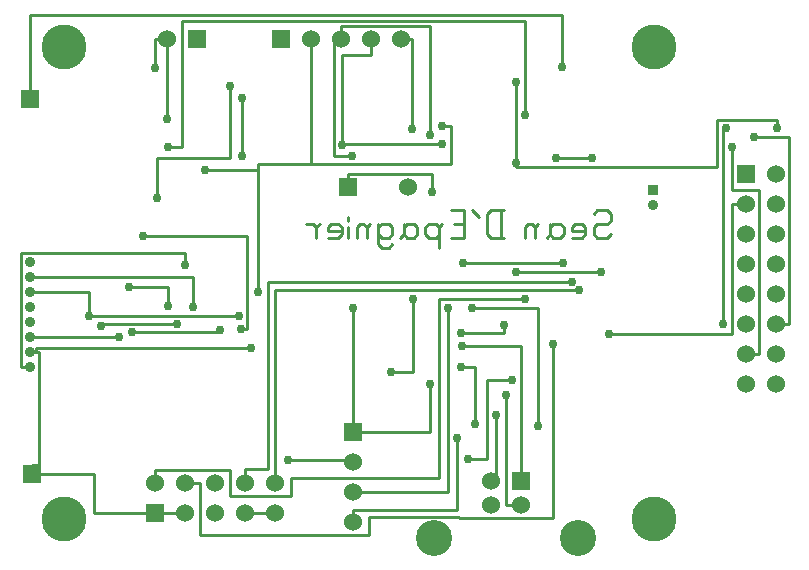
<source format=gbr>
G04 start of page 2 for group 0 idx 0
G04 Title: (unknown), solder *
G04 Creator: pcb 20070208 *
G04 CreationDate: Fri Sep 21 18:13:03 2007 UTC *
G04 For: sean *
G04 Format: Gerber/RS-274X *
G04 PCB-Dimensions: 266220 195850 *
G04 PCB-Coordinate-Origin: lower left *
%MOIN*%
%FSLAX24Y24*%
%LNBACK*%
%ADD11C,0.0100*%
%ADD12R,0.0600X0.0600*%
%ADD13C,0.0600*%
%ADD14C,0.1200*%
%ADD15C,0.0360*%
%ADD16R,0.0360X0.0360*%
%ADD17C,0.1500*%
%ADD18C,0.0300*%
%ADD19C,0.0280*%
%ADD20C,0.0900*%
%ADD21C,0.0200*%
%ADD22C,0.0380*%
%ADD23C,0.1250*%
G54D11*X5064Y13930D02*Y12571D01*
X7914Y15911D02*Y13986D01*
X7514Y13930D02*Y16320D01*
X6694Y13525D02*X8433D01*
Y13719D02*Y13525D01*
X11463Y13388D02*Y12958D01*
X13200Y17885D02*X13579D01*
Y14890D01*
X14263Y13388D02*X11463D01*
X14263D02*Y12795D01*
X11250Y17335D02*X12200D01*
X11250Y14375D02*Y14338D01*
Y14375D02*X14594D01*
X10969Y13999D02*X11575D01*
X10969Y17885D02*X11200D01*
Y18315D01*
X10969Y13999D02*Y17885D01*
X14194Y18315D02*X11200D01*
X14194D02*Y14685D01*
X12200Y17335D02*Y17885D01*
X17032Y13745D02*Y16440D01*
X14875Y13719D02*Y14987D01*
X17032Y13745D02*Y13624D01*
X17342Y18495D02*X17340Y15345D01*
X14594Y14987D02*X14875D01*
X8433Y13719D02*X10200D01*
X14875D01*
X11250Y14375D02*Y14338D01*
Y17335D02*Y14375D01*
X5400Y17885D02*Y15231D01*
Y17885D02*X5016D01*
X5917Y18495D02*Y14286D01*
X5016Y17885D02*Y16929D01*
X17342Y18495D02*X5917D01*
X10200Y13719D02*Y17885D01*
X18394Y13905D02*X19575D01*
Y13905D01*
X17030Y10105D02*X19866D01*
X17032Y13624D02*X23750D01*
X23950Y14910D02*Y8385D01*
X23750Y15190D02*Y13624D01*
X24987Y14600D02*X26130D01*
Y8385D01*
X25700D01*
X25747Y15190D02*Y14900D01*
X24250Y12385D02*Y8060D01*
Y12385D02*X24700D01*
X24250Y12835D02*X25130D01*
Y7385D01*
X24700D01*
X24250Y14280D02*Y12835D01*
X23750Y15190D02*X25747D01*
X2827Y9435D02*X850D01*
X2827D02*Y8661D01*
X4163Y9604D02*X5453D01*
Y8967D01*
X2827Y8661D02*X7814D01*
X3803Y7935D02*X850D01*
X7883Y8228D02*X8094D01*
X3223Y8381D02*Y8301D01*
Y8381D02*X5733D01*
X1054Y7592D02*X8214D01*
X4263Y8101D02*Y8101D01*
Y8101D02*Y8101D01*
X7154D01*
Y8101D02*Y8101D01*
X5432Y14286D02*X5917D01*
X850Y18675D02*Y15885D01*
X5064Y13930D02*X7514D01*
X6013Y10745D02*Y10335D01*
X8094Y11300D02*X4619D01*
X8778Y9785D02*X18900D01*
X8778Y9785D02*Y9785D01*
X15285Y10402D02*X18600D01*
X18587Y18675D02*Y16942D01*
Y18675D02*X850D01*
X8433Y13525D02*Y9451D01*
X6294Y9935D02*Y8941D01*
Y9935D02*X850D01*
X1054Y7592D02*Y7435D01*
X850D02*X1054D01*
X850D01*
X539Y6935D02*X850D01*
X1160Y7435D02*X1054D01*
X539Y10745D02*Y6935D01*
X6013Y10745D02*X539D01*
X8094Y11300D02*Y8228D01*
X19161Y9505D02*X9000D01*
X15250Y7655D02*X17200D01*
X14480Y9205D02*X17340D01*
X9450Y3835D02*X11600D01*
X9550Y3235D02*Y2654D01*
X14180Y4785D02*Y6384D01*
X13600Y6784D02*X12869D01*
X11600Y8905D02*Y4785D01*
X15450Y3885D02*X16087D01*
Y6510D01*
X15089Y2185D02*X11600D01*
X12150Y1965D02*X15150D01*
X11600Y4785D02*X14180D01*
X15675Y6955D02*X15200D01*
X16087Y6510D02*X16900D01*
X15675Y6955D02*Y5054D01*
X15089Y2185D02*Y4585D01*
X15150Y1965D02*Y1904D01*
X18290D02*X15150D01*
X17775Y8905D02*Y4985D01*
X14784Y8905D02*Y2785D01*
X14480Y9205D02*Y3235D01*
X16718Y2335D02*Y6010D01*
X17200Y7655D02*Y3135D01*
X18290Y1904D02*Y7715D01*
X15565Y8905D02*X17775D01*
X16387Y5335D02*Y3135D01*
X16200D02*X16387D01*
X17200Y2335D02*X16718D01*
X20150Y8060D02*X24250D01*
X16642Y8355D02*Y8090D01*
X15200D01*
X13600Y9204D02*Y6784D01*
X11600Y3835D02*Y3785D01*
X14784Y2785D02*X11600D01*
X14480Y3235D02*X9550D01*
X11600Y2185D02*Y1785D01*
X7500Y3515D02*Y2654D01*
X9550D01*
X9000Y9505D02*Y3085D01*
X8778Y3535D02*X8000D01*
Y3085D01*
X6500Y1354D02*Y3085D01*
Y1354D02*X12150D01*
Y1965D02*Y1354D01*
X8778Y9785D02*Y3535D01*
X9000Y2085D02*X8000D01*
X6000D02*X5000D01*
X6500Y3085D02*X6000D01*
X2968Y2085D02*Y3385D01*
X900Y3685D02*Y3385D01*
X2968D02*X900D01*
X2968Y2085D02*X5000D01*
X900Y3685D02*X1160D01*
X5000Y3515D02*Y3085D01*
X1160Y3685D02*Y7435D01*
X5000Y3515D02*X7500D01*
X19746Y12168D02*X19632Y12054D01*
X19746Y12168D02*X20086D01*
X20200Y12054D02*X20086Y12168D01*
X20200Y11827D02*Y12054D01*
Y11827D02*X20086Y11714D01*
X19746D02*X20086D01*
X19746D02*X19632Y11600D01*
Y11373D02*Y11600D01*
X19746Y11260D02*X19632Y11373D01*
X19746Y11260D02*X20086D01*
X20200Y11373D02*X20086Y11260D01*
X18905D02*X19246D01*
X19359Y11373D02*X19246Y11260D01*
X19359Y11373D02*Y11600D01*
X19246Y11714D01*
X19019D02*X19246D01*
X19019D02*X18905Y11600D01*
Y11487D02*X19359D01*
X18905D02*Y11600D01*
X18292Y11714D02*X18179Y11600D01*
X18292Y11714D02*X18519D01*
X18633Y11600D02*X18519Y11714D01*
X18633Y11373D02*Y11600D01*
Y11373D02*X18519Y11260D01*
X18179Y11373D02*Y11714D01*
Y11373D02*X18065Y11260D01*
X18292D02*X18519D01*
X18292D02*X18179Y11373D01*
X17679Y11260D02*Y11600D01*
X17566Y11714D01*
X17452D02*X17566D01*
X17452D02*X17339Y11600D01*
Y11260D02*Y11600D01*
X17793Y11714D02*X17679Y11600D01*
X16544Y11260D02*Y12168D01*
X16203D02*X16090Y12054D01*
Y11373D02*Y12054D01*
X16203Y11260D02*X16090Y11373D01*
X16203Y11260D02*X16657D01*
X16203Y12168D02*X16657D01*
X15817Y11941D02*X15590Y12168D01*
X14977Y11714D02*X15318D01*
X14864Y11260D02*X15318D01*
Y12168D01*
X14864D02*X15318D01*
X14478Y10919D02*Y11600D01*
X14591Y11714D02*X14478Y11600D01*
X14364Y11714D01*
X14137D02*X14364D01*
X14137D02*X14024Y11600D01*
Y11373D02*Y11600D01*
X14137Y11260D02*X14024Y11373D01*
X14137Y11260D02*X14364D01*
X14478Y11373D02*X14364Y11260D01*
X13410Y11714D02*X13297Y11600D01*
X13410Y11714D02*X13637D01*
X13751Y11600D02*X13637Y11714D01*
X13751Y11373D02*Y11600D01*
Y11373D02*X13637Y11260D01*
X13297Y11373D02*Y11714D01*
Y11373D02*X13183Y11260D01*
X13410D02*X13637D01*
X13410D02*X13297Y11373D01*
X12570Y11714D02*X12457Y11600D01*
X12570Y11714D02*X12797D01*
X12911Y11600D02*X12797Y11714D01*
X12911Y11373D02*Y11600D01*
Y11373D02*X12797Y11260D01*
X12570D02*X12797D01*
X12570D02*X12457Y11373D01*
X12911Y11033D02*X12797Y10919D01*
X12570D02*X12797D01*
X12570D02*X12457Y11033D01*
Y11714D01*
X12071Y11260D02*Y11600D01*
X11957Y11714D01*
X11844D02*X11957D01*
X11844D02*X11730Y11600D01*
Y11260D02*Y11600D01*
X12184Y11714D02*X12071Y11600D01*
X11458Y11827D02*Y11941D01*
Y11260D02*Y11600D01*
X10776Y11260D02*X11117D01*
X11230Y11373D02*X11117Y11260D01*
X11230Y11373D02*Y11600D01*
X11117Y11714D01*
X10890D02*X11117D01*
X10890D02*X10776Y11600D01*
Y11487D02*X11230D01*
X10776D02*Y11600D01*
X10390Y11260D02*Y11600D01*
X10277Y11714D01*
X10050D02*X10277D01*
X10504D02*X10390Y11600D01*
G54D12*X17200Y3135D03*
G54D13*X16200D03*
Y2335D03*
X17200D03*
G54D14*X19100Y1235D03*
X14300D03*
G54D15*X850Y8935D03*
Y8435D03*
Y7935D03*
Y7435D03*
Y10435D03*
Y9935D03*
Y9435D03*
G54D12*Y15885D03*
G54D15*Y6935D03*
G54D12*X900Y3385D03*
X24700Y13385D03*
G54D13*X25700D03*
X24700Y12385D03*
X25700D03*
X24700Y11385D03*
X25700D03*
X24700Y10385D03*
X25700D03*
G54D15*X21600Y12335D03*
G54D16*Y12835D03*
G54D12*X6400Y17885D03*
G54D13*X5400D03*
G54D12*X9200D03*
G54D13*X10200D03*
X11200D03*
X12200D03*
X13200D03*
G54D12*X11463Y12958D03*
G54D13*X13463D03*
G54D12*X5000Y2085D03*
G54D13*X6000D03*
X7000D03*
X8000D03*
G54D12*X11600Y4785D03*
G54D13*Y3785D03*
Y2785D03*
Y1785D03*
X5000Y3085D03*
X6000D03*
X7000D03*
X8000D03*
X9000Y2085D03*
Y3085D03*
X25700Y9385D03*
Y8385D03*
Y7385D03*
Y6385D03*
X24700Y9385D03*
Y8385D03*
Y7385D03*
Y6385D03*
G54D17*X21653Y17616D03*
G54D18*X18587Y16942D03*
X18394Y13905D03*
X19575Y13905D03*
X24250Y14280D03*
X24987Y14600D03*
X25747Y14900D03*
X24057Y14930D03*
X17032Y16440D03*
Y13745D03*
X17340Y15345D03*
X11250Y14338D03*
X11575Y13999D03*
X13579Y14890D03*
X14594Y14987D03*
X14194Y14685D03*
X14594Y14375D03*
X14263Y12795D03*
G54D17*X21653Y1868D03*
G54D18*X23950Y8385D03*
X16900Y6510D03*
X16718Y6010D03*
X17775Y4985D03*
X16387Y5335D03*
X15675Y5054D03*
X15200Y6955D03*
X15250Y7655D03*
X14784Y8905D03*
X14180Y6384D03*
X15200Y8090D03*
X15450Y3885D03*
X15089Y4585D03*
X13600Y9204D03*
X11600Y8905D03*
X15565D03*
X12869Y6784D03*
X20150Y8060D03*
X16642Y8355D03*
X18290Y7715D03*
X19161Y9505D03*
X19866Y10105D03*
X17030D03*
X17340Y9205D03*
X18900Y9785D03*
X15285Y10402D03*
X18600D03*
G54D17*X1968Y17616D03*
G54D18*X4619Y11300D03*
X5064Y12571D03*
X6013Y10335D03*
X7914Y15911D03*
X7514Y16320D03*
X5432Y14286D03*
X7914Y13986D03*
X6694Y13525D03*
X5400Y15231D03*
X5016Y16929D03*
G54D17*X1968Y1868D03*
G54D18*X9450Y3835D03*
X8214Y7592D03*
X7814Y8661D03*
X8433Y9451D03*
X7883Y8228D03*
X3803Y7935D03*
X4163Y9604D03*
X4263Y8101D03*
X6294Y8941D03*
X5733Y8381D03*
X5453Y8967D03*
X7174Y8181D03*
X2827Y8661D03*
X3223Y8301D03*
G54D19*G54D20*G54D21*G54D22*G54D21*G54D22*G54D21*G54D22*G54D19*G54D22*G54D23*G54D21*G54D23*G54D21*G54D23*G54D21*G54D23*G54D21*M02*

</source>
